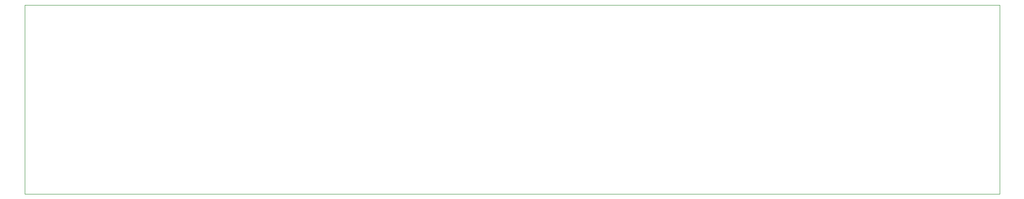
<source format=gm1>
G04 #@! TF.GenerationSoftware,KiCad,Pcbnew,5.1.4+dfsg1-1*
G04 #@! TF.CreationDate,2019-10-02T13:31:48+02:00*
G04 #@! TF.ProjectId,fat_bastard_lead,6661745f-6261-4737-9461-72645f6c6561,rev?*
G04 #@! TF.SameCoordinates,Original*
G04 #@! TF.FileFunction,Profile,NP*
%FSLAX46Y46*%
G04 Gerber Fmt 4.6, Leading zero omitted, Abs format (unit mm)*
G04 Created by KiCad (PCBNEW 5.1.4+dfsg1-1) date 2019-10-02 13:31:48*
%MOMM*%
%LPD*%
G04 APERTURE LIST*
%ADD10C,0.100000*%
G04 APERTURE END LIST*
D10*
X60000000Y-95000000D02*
X60000000Y-60000000D01*
X240000000Y-95000000D02*
X60000000Y-95000000D01*
X240000000Y-60000000D02*
X240000000Y-95000000D01*
X60000000Y-60000000D02*
X240000000Y-60000000D01*
M02*

</source>
